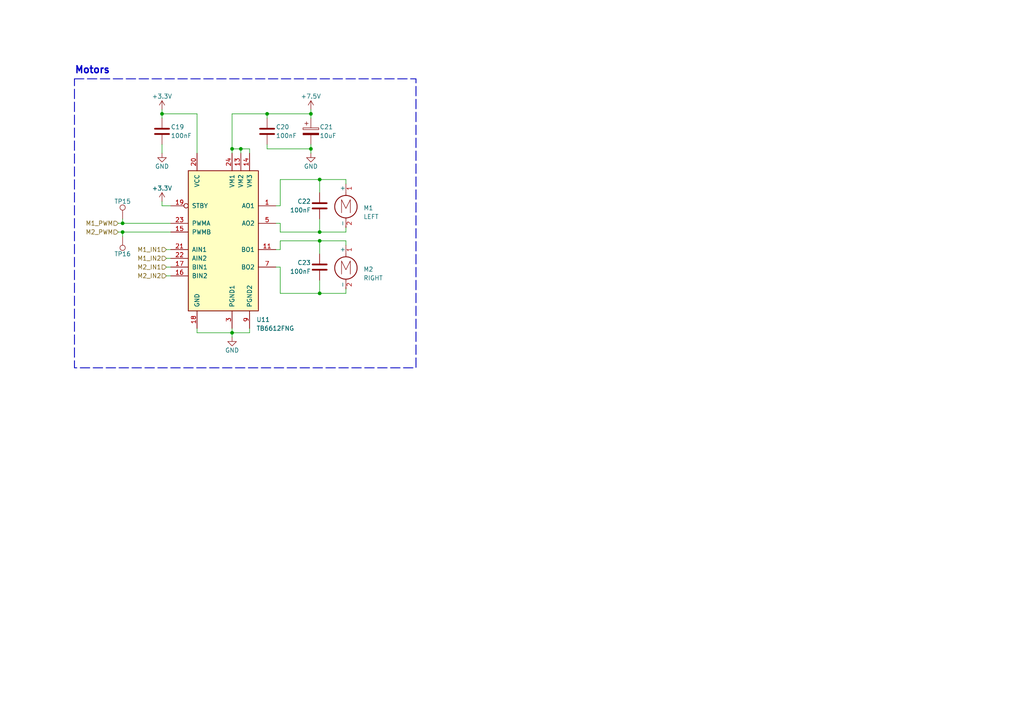
<source format=kicad_sch>
(kicad_sch (version 20230121) (generator eeschema)

  (uuid d4a918a1-7ba6-42fe-a85c-806dff285ce1)

  (paper "A4")

  (lib_symbols
    (symbol "Connector:TestPoint" (pin_numbers hide) (pin_names (offset 0.762) hide) (in_bom yes) (on_board yes)
      (property "Reference" "TP" (at 0 6.858 0)
        (effects (font (size 1.27 1.27)))
      )
      (property "Value" "TestPoint" (at 0 5.08 0)
        (effects (font (size 1.27 1.27)))
      )
      (property "Footprint" "" (at 5.08 0 0)
        (effects (font (size 1.27 1.27)) hide)
      )
      (property "Datasheet" "~" (at 5.08 0 0)
        (effects (font (size 1.27 1.27)) hide)
      )
      (property "ki_keywords" "test point tp" (at 0 0 0)
        (effects (font (size 1.27 1.27)) hide)
      )
      (property "ki_description" "test point" (at 0 0 0)
        (effects (font (size 1.27 1.27)) hide)
      )
      (property "ki_fp_filters" "Pin* Test*" (at 0 0 0)
        (effects (font (size 1.27 1.27)) hide)
      )
      (symbol "TestPoint_0_1"
        (circle (center 0 3.302) (radius 0.762)
          (stroke (width 0) (type default))
          (fill (type none))
        )
      )
      (symbol "TestPoint_1_1"
        (pin passive line (at 0 0 90) (length 2.54)
          (name "1" (effects (font (size 1.27 1.27))))
          (number "1" (effects (font (size 1.27 1.27))))
        )
      )
    )
    (symbol "Device:C" (pin_numbers hide) (pin_names (offset 0.254)) (in_bom yes) (on_board yes)
      (property "Reference" "C" (at 0.635 2.54 0)
        (effects (font (size 1.27 1.27)) (justify left))
      )
      (property "Value" "C" (at 0.635 -2.54 0)
        (effects (font (size 1.27 1.27)) (justify left))
      )
      (property "Footprint" "" (at 0.9652 -3.81 0)
        (effects (font (size 1.27 1.27)) hide)
      )
      (property "Datasheet" "~" (at 0 0 0)
        (effects (font (size 1.27 1.27)) hide)
      )
      (property "ki_keywords" "cap capacitor" (at 0 0 0)
        (effects (font (size 1.27 1.27)) hide)
      )
      (property "ki_description" "Unpolarized capacitor" (at 0 0 0)
        (effects (font (size 1.27 1.27)) hide)
      )
      (property "ki_fp_filters" "C_*" (at 0 0 0)
        (effects (font (size 1.27 1.27)) hide)
      )
      (symbol "C_0_1"
        (polyline
          (pts
            (xy -2.032 -0.762)
            (xy 2.032 -0.762)
          )
          (stroke (width 0.508) (type default))
          (fill (type none))
        )
        (polyline
          (pts
            (xy -2.032 0.762)
            (xy 2.032 0.762)
          )
          (stroke (width 0.508) (type default))
          (fill (type none))
        )
      )
      (symbol "C_1_1"
        (pin passive line (at 0 3.81 270) (length 2.794)
          (name "~" (effects (font (size 1.27 1.27))))
          (number "1" (effects (font (size 1.27 1.27))))
        )
        (pin passive line (at 0 -3.81 90) (length 2.794)
          (name "~" (effects (font (size 1.27 1.27))))
          (number "2" (effects (font (size 1.27 1.27))))
        )
      )
    )
    (symbol "Device:C_Polarized" (pin_numbers hide) (pin_names (offset 0.254)) (in_bom yes) (on_board yes)
      (property "Reference" "C" (at 0.635 2.54 0)
        (effects (font (size 1.27 1.27)) (justify left))
      )
      (property "Value" "C_Polarized" (at 0.635 -2.54 0)
        (effects (font (size 1.27 1.27)) (justify left))
      )
      (property "Footprint" "" (at 0.9652 -3.81 0)
        (effects (font (size 1.27 1.27)) hide)
      )
      (property "Datasheet" "~" (at 0 0 0)
        (effects (font (size 1.27 1.27)) hide)
      )
      (property "ki_keywords" "cap capacitor" (at 0 0 0)
        (effects (font (size 1.27 1.27)) hide)
      )
      (property "ki_description" "Polarized capacitor" (at 0 0 0)
        (effects (font (size 1.27 1.27)) hide)
      )
      (property "ki_fp_filters" "CP_*" (at 0 0 0)
        (effects (font (size 1.27 1.27)) hide)
      )
      (symbol "C_Polarized_0_1"
        (rectangle (start -2.286 0.508) (end 2.286 1.016)
          (stroke (width 0) (type default))
          (fill (type none))
        )
        (polyline
          (pts
            (xy -1.778 2.286)
            (xy -0.762 2.286)
          )
          (stroke (width 0) (type default))
          (fill (type none))
        )
        (polyline
          (pts
            (xy -1.27 2.794)
            (xy -1.27 1.778)
          )
          (stroke (width 0) (type default))
          (fill (type none))
        )
        (rectangle (start 2.286 -0.508) (end -2.286 -1.016)
          (stroke (width 0) (type default))
          (fill (type outline))
        )
      )
      (symbol "C_Polarized_1_1"
        (pin passive line (at 0 3.81 270) (length 2.794)
          (name "~" (effects (font (size 1.27 1.27))))
          (number "1" (effects (font (size 1.27 1.27))))
        )
        (pin passive line (at 0 -3.81 90) (length 2.794)
          (name "~" (effects (font (size 1.27 1.27))))
          (number "2" (effects (font (size 1.27 1.27))))
        )
      )
    )
    (symbol "Driver_Motor:TB6612FNG" (pin_names (offset 1.016)) (in_bom yes) (on_board yes)
      (property "Reference" "U" (at 11.43 17.78 0)
        (effects (font (size 1.27 1.27)) (justify left))
      )
      (property "Value" "TB6612FNG" (at 11.43 15.24 0)
        (effects (font (size 1.27 1.27)) (justify left))
      )
      (property "Footprint" "Package_SO:SSOP-24_5.3x8.2mm_P0.65mm" (at 33.02 -22.86 0)
        (effects (font (size 1.27 1.27)) hide)
      )
      (property "Datasheet" "https://toshiba.semicon-storage.com/us/product/linear/motordriver/detail.TB6612FNG.html" (at 11.43 15.24 0)
        (effects (font (size 1.27 1.27)) hide)
      )
      (property "ki_keywords" "H-bridge motor driver" (at 0 0 0)
        (effects (font (size 1.27 1.27)) hide)
      )
      (property "ki_description" "Driver IC for Dual DC motor, SSOP-24" (at 0 0 0)
        (effects (font (size 1.27 1.27)) hide)
      )
      (property "ki_fp_filters" "SSOP-24*5.3x8.2mm*P0.65mm*" (at 0 0 0)
        (effects (font (size 1.27 1.27)) hide)
      )
      (symbol "TB6612FNG_0_1"
        (rectangle (start -10.16 20.32) (end 10.16 -20.32)
          (stroke (width 0.254) (type default))
          (fill (type background))
        )
      )
      (symbol "TB6612FNG_1_1"
        (pin output line (at 15.24 10.16 180) (length 5.08)
          (name "AO1" (effects (font (size 1.27 1.27))))
          (number "1" (effects (font (size 1.27 1.27))))
        )
        (pin passive line (at 7.62 -25.4 90) (length 5.08) hide
          (name "PGND2" (effects (font (size 1.27 1.27))))
          (number "10" (effects (font (size 1.27 1.27))))
        )
        (pin output line (at 15.24 -2.54 180) (length 5.08)
          (name "BO1" (effects (font (size 1.27 1.27))))
          (number "11" (effects (font (size 1.27 1.27))))
        )
        (pin passive line (at 15.24 -2.54 180) (length 5.08) hide
          (name "BO1" (effects (font (size 1.27 1.27))))
          (number "12" (effects (font (size 1.27 1.27))))
        )
        (pin power_in line (at 5.08 25.4 270) (length 5.08)
          (name "VM2" (effects (font (size 1.27 1.27))))
          (number "13" (effects (font (size 1.27 1.27))))
        )
        (pin power_in line (at 7.62 25.4 270) (length 5.08)
          (name "VM3" (effects (font (size 1.27 1.27))))
          (number "14" (effects (font (size 1.27 1.27))))
        )
        (pin input line (at -15.24 2.54 0) (length 5.08)
          (name "PWMB" (effects (font (size 1.27 1.27))))
          (number "15" (effects (font (size 1.27 1.27))))
        )
        (pin input line (at -15.24 -10.16 0) (length 5.08)
          (name "BIN2" (effects (font (size 1.27 1.27))))
          (number "16" (effects (font (size 1.27 1.27))))
        )
        (pin input line (at -15.24 -7.62 0) (length 5.08)
          (name "BIN1" (effects (font (size 1.27 1.27))))
          (number "17" (effects (font (size 1.27 1.27))))
        )
        (pin power_in line (at -7.62 -25.4 90) (length 5.08)
          (name "GND" (effects (font (size 1.27 1.27))))
          (number "18" (effects (font (size 1.27 1.27))))
        )
        (pin input inverted (at -15.24 10.16 0) (length 5.08)
          (name "STBY" (effects (font (size 1.27 1.27))))
          (number "19" (effects (font (size 1.27 1.27))))
        )
        (pin passive line (at 15.24 10.16 180) (length 5.08) hide
          (name "AO1" (effects (font (size 1.27 1.27))))
          (number "2" (effects (font (size 1.27 1.27))))
        )
        (pin power_in line (at -7.62 25.4 270) (length 5.08)
          (name "VCC" (effects (font (size 1.27 1.27))))
          (number "20" (effects (font (size 1.27 1.27))))
        )
        (pin input line (at -15.24 -2.54 0) (length 5.08)
          (name "AIN1" (effects (font (size 1.27 1.27))))
          (number "21" (effects (font (size 1.27 1.27))))
        )
        (pin input line (at -15.24 -5.08 0) (length 5.08)
          (name "AIN2" (effects (font (size 1.27 1.27))))
          (number "22" (effects (font (size 1.27 1.27))))
        )
        (pin input line (at -15.24 5.08 0) (length 5.08)
          (name "PWMA" (effects (font (size 1.27 1.27))))
          (number "23" (effects (font (size 1.27 1.27))))
        )
        (pin power_in line (at 2.54 25.4 270) (length 5.08)
          (name "VM1" (effects (font (size 1.27 1.27))))
          (number "24" (effects (font (size 1.27 1.27))))
        )
        (pin power_in line (at 2.54 -25.4 90) (length 5.08)
          (name "PGND1" (effects (font (size 1.27 1.27))))
          (number "3" (effects (font (size 1.27 1.27))))
        )
        (pin passive line (at 2.54 -25.4 90) (length 5.08) hide
          (name "PGND1" (effects (font (size 1.27 1.27))))
          (number "4" (effects (font (size 1.27 1.27))))
        )
        (pin output line (at 15.24 5.08 180) (length 5.08)
          (name "AO2" (effects (font (size 1.27 1.27))))
          (number "5" (effects (font (size 1.27 1.27))))
        )
        (pin passive line (at 15.24 5.08 180) (length 5.08) hide
          (name "AO2" (effects (font (size 1.27 1.27))))
          (number "6" (effects (font (size 1.27 1.27))))
        )
        (pin output line (at 15.24 -7.62 180) (length 5.08)
          (name "BO2" (effects (font (size 1.27 1.27))))
          (number "7" (effects (font (size 1.27 1.27))))
        )
        (pin passive line (at 15.24 -7.62 180) (length 5.08) hide
          (name "BO2" (effects (font (size 1.27 1.27))))
          (number "8" (effects (font (size 1.27 1.27))))
        )
        (pin power_in line (at 7.62 -25.4 90) (length 5.08)
          (name "PGND2" (effects (font (size 1.27 1.27))))
          (number "9" (effects (font (size 1.27 1.27))))
        )
      )
    )
    (symbol "Motor:Motor_DC" (pin_names (offset 0)) (in_bom yes) (on_board yes)
      (property "Reference" "M" (at 2.54 2.54 0)
        (effects (font (size 1.27 1.27)) (justify left))
      )
      (property "Value" "Motor_DC" (at 2.54 -5.08 0)
        (effects (font (size 1.27 1.27)) (justify left top))
      )
      (property "Footprint" "" (at 0 -2.286 0)
        (effects (font (size 1.27 1.27)) hide)
      )
      (property "Datasheet" "~" (at 0 -2.286 0)
        (effects (font (size 1.27 1.27)) hide)
      )
      (property "ki_keywords" "DC Motor" (at 0 0 0)
        (effects (font (size 1.27 1.27)) hide)
      )
      (property "ki_description" "DC Motor" (at 0 0 0)
        (effects (font (size 1.27 1.27)) hide)
      )
      (property "ki_fp_filters" "PinHeader*P2.54mm* TerminalBlock*" (at 0 0 0)
        (effects (font (size 1.27 1.27)) hide)
      )
      (symbol "Motor_DC_0_0"
        (polyline
          (pts
            (xy -1.27 -3.302)
            (xy -1.27 0.508)
            (xy 0 -2.032)
            (xy 1.27 0.508)
            (xy 1.27 -3.302)
          )
          (stroke (width 0) (type default))
          (fill (type none))
        )
      )
      (symbol "Motor_DC_0_1"
        (circle (center 0 -1.524) (radius 3.2512)
          (stroke (width 0.254) (type default))
          (fill (type none))
        )
        (polyline
          (pts
            (xy 0 -7.62)
            (xy 0 -7.112)
          )
          (stroke (width 0) (type default))
          (fill (type none))
        )
        (polyline
          (pts
            (xy 0 -4.7752)
            (xy 0 -5.1816)
          )
          (stroke (width 0) (type default))
          (fill (type none))
        )
        (polyline
          (pts
            (xy 0 1.7272)
            (xy 0 2.0828)
          )
          (stroke (width 0) (type default))
          (fill (type none))
        )
        (polyline
          (pts
            (xy 0 2.032)
            (xy 0 2.54)
          )
          (stroke (width 0) (type default))
          (fill (type none))
        )
      )
      (symbol "Motor_DC_1_1"
        (pin passive line (at 0 5.08 270) (length 2.54)
          (name "+" (effects (font (size 1.27 1.27))))
          (number "1" (effects (font (size 1.27 1.27))))
        )
        (pin passive line (at 0 -7.62 90) (length 2.54)
          (name "-" (effects (font (size 1.27 1.27))))
          (number "2" (effects (font (size 1.27 1.27))))
        )
      )
    )
    (symbol "power:+3.3V" (power) (pin_names (offset 0)) (in_bom yes) (on_board yes)
      (property "Reference" "#PWR" (at 0 -3.81 0)
        (effects (font (size 1.27 1.27)) hide)
      )
      (property "Value" "+3.3V" (at 0 3.556 0)
        (effects (font (size 1.27 1.27)))
      )
      (property "Footprint" "" (at 0 0 0)
        (effects (font (size 1.27 1.27)) hide)
      )
      (property "Datasheet" "" (at 0 0 0)
        (effects (font (size 1.27 1.27)) hide)
      )
      (property "ki_keywords" "global power" (at 0 0 0)
        (effects (font (size 1.27 1.27)) hide)
      )
      (property "ki_description" "Power symbol creates a global label with name \"+3.3V\"" (at 0 0 0)
        (effects (font (size 1.27 1.27)) hide)
      )
      (symbol "+3.3V_0_1"
        (polyline
          (pts
            (xy -0.762 1.27)
            (xy 0 2.54)
          )
          (stroke (width 0) (type default))
          (fill (type none))
        )
        (polyline
          (pts
            (xy 0 0)
            (xy 0 2.54)
          )
          (stroke (width 0) (type default))
          (fill (type none))
        )
        (polyline
          (pts
            (xy 0 2.54)
            (xy 0.762 1.27)
          )
          (stroke (width 0) (type default))
          (fill (type none))
        )
      )
      (symbol "+3.3V_1_1"
        (pin power_in line (at 0 0 90) (length 0) hide
          (name "+3.3V" (effects (font (size 1.27 1.27))))
          (number "1" (effects (font (size 1.27 1.27))))
        )
      )
    )
    (symbol "power:+7.5V" (power) (pin_names (offset 0)) (in_bom yes) (on_board yes)
      (property "Reference" "#PWR" (at 0 -3.81 0)
        (effects (font (size 1.27 1.27)) hide)
      )
      (property "Value" "+7.5V" (at 0 3.556 0)
        (effects (font (size 1.27 1.27)))
      )
      (property "Footprint" "" (at 0 0 0)
        (effects (font (size 1.27 1.27)) hide)
      )
      (property "Datasheet" "" (at 0 0 0)
        (effects (font (size 1.27 1.27)) hide)
      )
      (property "ki_keywords" "global power" (at 0 0 0)
        (effects (font (size 1.27 1.27)) hide)
      )
      (property "ki_description" "Power symbol creates a global label with name \"+7.5V\"" (at 0 0 0)
        (effects (font (size 1.27 1.27)) hide)
      )
      (symbol "+7.5V_0_1"
        (polyline
          (pts
            (xy -0.762 1.27)
            (xy 0 2.54)
          )
          (stroke (width 0) (type default))
          (fill (type none))
        )
        (polyline
          (pts
            (xy 0 0)
            (xy 0 2.54)
          )
          (stroke (width 0) (type default))
          (fill (type none))
        )
        (polyline
          (pts
            (xy 0 2.54)
            (xy 0.762 1.27)
          )
          (stroke (width 0) (type default))
          (fill (type none))
        )
      )
      (symbol "+7.5V_1_1"
        (pin power_in line (at 0 0 90) (length 0) hide
          (name "+7.5V" (effects (font (size 1.27 1.27))))
          (number "1" (effects (font (size 1.27 1.27))))
        )
      )
    )
    (symbol "power:GND" (power) (pin_names (offset 0)) (in_bom yes) (on_board yes)
      (property "Reference" "#PWR" (at 0 -6.35 0)
        (effects (font (size 1.27 1.27)) hide)
      )
      (property "Value" "GND" (at 0 -3.81 0)
        (effects (font (size 1.27 1.27)))
      )
      (property "Footprint" "" (at 0 0 0)
        (effects (font (size 1.27 1.27)) hide)
      )
      (property "Datasheet" "" (at 0 0 0)
        (effects (font (size 1.27 1.27)) hide)
      )
      (property "ki_keywords" "global power" (at 0 0 0)
        (effects (font (size 1.27 1.27)) hide)
      )
      (property "ki_description" "Power symbol creates a global label with name \"GND\" , ground" (at 0 0 0)
        (effects (font (size 1.27 1.27)) hide)
      )
      (symbol "GND_0_1"
        (polyline
          (pts
            (xy 0 0)
            (xy 0 -1.27)
            (xy 1.27 -1.27)
            (xy 0 -2.54)
            (xy -1.27 -1.27)
            (xy 0 -1.27)
          )
          (stroke (width 0) (type default))
          (fill (type none))
        )
      )
      (symbol "GND_1_1"
        (pin power_in line (at 0 0 270) (length 0) hide
          (name "GND" (effects (font (size 1.27 1.27))))
          (number "1" (effects (font (size 1.27 1.27))))
        )
      )
    )
  )

  (junction (at 92.71 69.85) (diameter 0) (color 0 0 0 0)
    (uuid 05f17571-f3b8-48cc-82b6-22b5b4063c5f)
  )
  (junction (at 35.56 64.77) (diameter 0) (color 0 0 0 0)
    (uuid 14134e7d-32a5-4cd2-9415-345da4c301db)
  )
  (junction (at 35.56 67.31) (diameter 0) (color 0 0 0 0)
    (uuid 1fb7ce8f-a562-47ac-889f-2e5e2cb3a481)
  )
  (junction (at 92.71 85.09) (diameter 0) (color 0 0 0 0)
    (uuid 2232432b-dac6-4895-9cac-dd1da28632b8)
  )
  (junction (at 90.17 33.02) (diameter 0) (color 0 0 0 0)
    (uuid 2953231a-91a1-4dd5-8ddc-e17e9a7b5946)
  )
  (junction (at 67.31 96.52) (diameter 0) (color 0 0 0 0)
    (uuid 31554c3e-d60b-40ce-8d71-57eebb5188ee)
  )
  (junction (at 67.31 43.18) (diameter 0) (color 0 0 0 0)
    (uuid 42208eb6-8534-4300-a3e3-59877c5b9d04)
  )
  (junction (at 92.71 52.07) (diameter 0) (color 0 0 0 0)
    (uuid 484693d3-f875-4c5a-82ca-6fd1b1d1613f)
  )
  (junction (at 77.47 33.02) (diameter 0) (color 0 0 0 0)
    (uuid 5fc63b2b-54d1-42f1-b744-a761c38a1d3d)
  )
  (junction (at 92.71 67.31) (diameter 0) (color 0 0 0 0)
    (uuid 66ab43c6-7de2-48b9-9657-df16dfee7353)
  )
  (junction (at 69.85 43.18) (diameter 0) (color 0 0 0 0)
    (uuid b6f1c0e1-81d3-4b49-9664-060f95f82b29)
  )
  (junction (at 90.17 43.18) (diameter 0) (color 0 0 0 0)
    (uuid cc85a0ff-d1fa-4924-952d-086f27a6ae17)
  )
  (junction (at 46.99 33.02) (diameter 0) (color 0 0 0 0)
    (uuid e2db9c17-05ac-40ce-a1c5-4764d6c8c089)
  )

  (wire (pts (xy 67.31 33.02) (xy 77.47 33.02))
    (stroke (width 0) (type default))
    (uuid 00ddb3ae-1629-4f04-a7b2-bd0bd0150992)
  )
  (wire (pts (xy 72.39 44.45) (xy 72.39 43.18))
    (stroke (width 0) (type default))
    (uuid 0837982a-b574-4d40-a5e5-c2fdfa4ebd79)
  )
  (wire (pts (xy 72.39 95.25) (xy 72.39 96.52))
    (stroke (width 0) (type default))
    (uuid 0a7dec63-c687-451b-8568-6ba91240e7b7)
  )
  (wire (pts (xy 100.33 69.85) (xy 100.33 71.12))
    (stroke (width 0) (type default))
    (uuid 0ab282af-3fcb-4189-b769-481109dd8000)
  )
  (wire (pts (xy 92.71 69.85) (xy 92.71 73.66))
    (stroke (width 0) (type default))
    (uuid 0dc69b4f-8dc3-4b8d-bb2a-bd47295d5af8)
  )
  (wire (pts (xy 92.71 85.09) (xy 100.33 85.09))
    (stroke (width 0) (type default))
    (uuid 154cb6a2-b323-4f86-ae5d-b124f1ca2308)
  )
  (wire (pts (xy 90.17 33.02) (xy 90.17 34.29))
    (stroke (width 0) (type default))
    (uuid 216dfe12-6ec8-4829-b66a-4aede74444a8)
  )
  (wire (pts (xy 67.31 95.25) (xy 67.31 96.52))
    (stroke (width 0) (type default))
    (uuid 2237bbec-6bba-4f12-95d1-681f1c5ade47)
  )
  (wire (pts (xy 77.47 34.29) (xy 77.47 33.02))
    (stroke (width 0) (type default))
    (uuid 2534da63-5e7a-4d8c-b7d6-e1cf7763c0cc)
  )
  (wire (pts (xy 92.71 69.85) (xy 100.33 69.85))
    (stroke (width 0) (type default))
    (uuid 2fd296cf-4909-4352-80fb-9bdfb6fe8e39)
  )
  (wire (pts (xy 46.99 59.69) (xy 49.53 59.69))
    (stroke (width 0) (type default))
    (uuid 396f964c-0ef2-47cc-9b8e-84687de504a1)
  )
  (wire (pts (xy 81.28 64.77) (xy 81.28 67.31))
    (stroke (width 0) (type default))
    (uuid 3a63472a-332a-4b28-81a5-72a483c0b95d)
  )
  (wire (pts (xy 77.47 43.18) (xy 90.17 43.18))
    (stroke (width 0) (type default))
    (uuid 3d41a99d-7100-4c01-b604-3362ec003b3e)
  )
  (wire (pts (xy 34.29 67.31) (xy 35.56 67.31))
    (stroke (width 0) (type default))
    (uuid 40dc7fbc-cc6e-4359-8e1b-486dbb367588)
  )
  (wire (pts (xy 100.33 85.09) (xy 100.33 83.82))
    (stroke (width 0) (type default))
    (uuid 41cf6638-4e34-460f-ab8f-ff7a784fdde9)
  )
  (wire (pts (xy 81.28 72.39) (xy 81.28 69.85))
    (stroke (width 0) (type default))
    (uuid 45b4ba45-b4ca-47d0-9403-8ad52223f06e)
  )
  (wire (pts (xy 35.56 67.31) (xy 49.53 67.31))
    (stroke (width 0) (type default))
    (uuid 4e927c83-5bf0-46b2-a5de-a1038d65a9e6)
  )
  (wire (pts (xy 48.26 72.39) (xy 49.53 72.39))
    (stroke (width 0) (type default))
    (uuid 55e3a3e3-4dba-44e9-b657-5f49bb56b25f)
  )
  (wire (pts (xy 100.33 67.31) (xy 100.33 66.04))
    (stroke (width 0) (type default))
    (uuid 564c46be-0633-435c-a0c3-169e9e296ab1)
  )
  (wire (pts (xy 35.56 64.77) (xy 49.53 64.77))
    (stroke (width 0) (type default))
    (uuid 62b91299-f0c2-44a7-836c-189c9acf09f8)
  )
  (wire (pts (xy 90.17 33.02) (xy 90.17 31.75))
    (stroke (width 0) (type default))
    (uuid 63f167f9-ad01-471e-baeb-b81eb413db68)
  )
  (wire (pts (xy 80.01 72.39) (xy 81.28 72.39))
    (stroke (width 0) (type default))
    (uuid 67561874-8de8-4cf4-8aec-669521a686dc)
  )
  (wire (pts (xy 92.71 67.31) (xy 100.33 67.31))
    (stroke (width 0) (type default))
    (uuid 6a9a1e0c-643f-470f-aede-88e7aede6b40)
  )
  (wire (pts (xy 35.56 63.5) (xy 35.56 64.77))
    (stroke (width 0) (type default))
    (uuid 77edcfb4-bf73-407d-a449-435192abe721)
  )
  (wire (pts (xy 80.01 64.77) (xy 81.28 64.77))
    (stroke (width 0) (type default))
    (uuid 787d65f8-cb98-43fa-97c4-ea5e05a11418)
  )
  (wire (pts (xy 90.17 43.18) (xy 90.17 44.45))
    (stroke (width 0) (type default))
    (uuid 79cef545-ea66-4855-ae05-f9fb4ffa8063)
  )
  (wire (pts (xy 69.85 43.18) (xy 67.31 43.18))
    (stroke (width 0) (type default))
    (uuid 8f72fa18-3fca-4ee1-a091-2ec81605bf7a)
  )
  (wire (pts (xy 77.47 33.02) (xy 90.17 33.02))
    (stroke (width 0) (type default))
    (uuid 910011db-bb6d-4faf-bc6f-878f287b0e8b)
  )
  (wire (pts (xy 92.71 52.07) (xy 92.71 55.88))
    (stroke (width 0) (type default))
    (uuid 9638924e-8977-418b-8705-9890b0820461)
  )
  (wire (pts (xy 81.28 59.69) (xy 81.28 52.07))
    (stroke (width 0) (type default))
    (uuid 9647bde6-7026-49e4-845c-286a5bd81b61)
  )
  (wire (pts (xy 57.15 95.25) (xy 57.15 96.52))
    (stroke (width 0) (type default))
    (uuid 9767369a-5a37-45f4-9d6c-e99ead37ca55)
  )
  (wire (pts (xy 72.39 43.18) (xy 69.85 43.18))
    (stroke (width 0) (type default))
    (uuid 989d4dd0-9e68-4371-842a-1b0d58f1c42b)
  )
  (wire (pts (xy 48.26 77.47) (xy 49.53 77.47))
    (stroke (width 0) (type default))
    (uuid a23ac93b-7344-4ee4-905b-5d7f60d29841)
  )
  (wire (pts (xy 48.26 74.93) (xy 49.53 74.93))
    (stroke (width 0) (type default))
    (uuid a414b712-9162-4231-a0df-62de877197d4)
  )
  (wire (pts (xy 46.99 58.42) (xy 46.99 59.69))
    (stroke (width 0) (type default))
    (uuid a57739c9-492a-4332-bb25-b6e8485c0e73)
  )
  (wire (pts (xy 92.71 63.5) (xy 92.71 67.31))
    (stroke (width 0) (type default))
    (uuid a67dcd43-da2a-4aa2-aab2-3cfd8c9484a8)
  )
  (wire (pts (xy 80.01 77.47) (xy 81.28 77.47))
    (stroke (width 0) (type default))
    (uuid a9dd4791-a55e-4e18-a277-02cac6a4cb1a)
  )
  (wire (pts (xy 67.31 96.52) (xy 67.31 97.79))
    (stroke (width 0) (type default))
    (uuid ad5b459b-dec0-45fa-a0df-6f51f9e33863)
  )
  (wire (pts (xy 81.28 69.85) (xy 92.71 69.85))
    (stroke (width 0) (type default))
    (uuid aee68b56-2306-49a5-a9db-29b858e1bf4e)
  )
  (wire (pts (xy 81.28 77.47) (xy 81.28 85.09))
    (stroke (width 0) (type default))
    (uuid aee85c5d-b2cd-457e-8e8c-0862df8e5107)
  )
  (wire (pts (xy 100.33 52.07) (xy 100.33 53.34))
    (stroke (width 0) (type default))
    (uuid af1aade2-3912-4afb-a54f-6b34b08d2195)
  )
  (wire (pts (xy 92.71 81.28) (xy 92.71 85.09))
    (stroke (width 0) (type default))
    (uuid b233cf6d-f0f0-457a-8167-923907b2b8b8)
  )
  (wire (pts (xy 80.01 59.69) (xy 81.28 59.69))
    (stroke (width 0) (type default))
    (uuid b37ed79f-7365-4165-8eaf-a3ebd5d7d76a)
  )
  (wire (pts (xy 57.15 33.02) (xy 57.15 44.45))
    (stroke (width 0) (type default))
    (uuid b3845336-ccb0-4ebc-a4b9-a39cdbcd927f)
  )
  (wire (pts (xy 46.99 31.75) (xy 46.99 33.02))
    (stroke (width 0) (type default))
    (uuid be480dd7-4295-46e8-8dc0-47b15066ae76)
  )
  (wire (pts (xy 46.99 41.91) (xy 46.99 44.45))
    (stroke (width 0) (type default))
    (uuid beadf11d-6291-41c6-a705-8d284e2774a9)
  )
  (wire (pts (xy 34.29 64.77) (xy 35.56 64.77))
    (stroke (width 0) (type default))
    (uuid c0554274-d266-40b6-b20b-821865eadb5d)
  )
  (wire (pts (xy 77.47 41.91) (xy 77.47 43.18))
    (stroke (width 0) (type default))
    (uuid c29071db-3096-4806-bd1b-9da4b2c55608)
  )
  (wire (pts (xy 69.85 43.18) (xy 69.85 44.45))
    (stroke (width 0) (type default))
    (uuid c4eb865f-e285-410e-a9c1-88d3d5d5280a)
  )
  (wire (pts (xy 57.15 96.52) (xy 67.31 96.52))
    (stroke (width 0) (type default))
    (uuid ca1abc27-0568-4664-aab5-b7eb187c086d)
  )
  (wire (pts (xy 67.31 43.18) (xy 67.31 33.02))
    (stroke (width 0) (type default))
    (uuid cb78f2ce-82a9-411b-8ba7-55468e78a151)
  )
  (wire (pts (xy 35.56 67.31) (xy 35.56 68.58))
    (stroke (width 0) (type default))
    (uuid ce55f061-d254-4660-a158-2ea8125a74e6)
  )
  (wire (pts (xy 46.99 33.02) (xy 46.99 34.29))
    (stroke (width 0) (type default))
    (uuid d5533979-2d6d-4441-915d-877eccee9054)
  )
  (wire (pts (xy 46.99 33.02) (xy 57.15 33.02))
    (stroke (width 0) (type default))
    (uuid d8daa13c-9e2d-4be8-9156-b78ca053db1c)
  )
  (wire (pts (xy 48.26 80.01) (xy 49.53 80.01))
    (stroke (width 0) (type default))
    (uuid da4878d2-2acf-456b-ba9a-414d4a4652e6)
  )
  (wire (pts (xy 81.28 67.31) (xy 92.71 67.31))
    (stroke (width 0) (type default))
    (uuid dc780433-8eb4-4a53-8b4d-d373170e1328)
  )
  (wire (pts (xy 92.71 52.07) (xy 100.33 52.07))
    (stroke (width 0) (type default))
    (uuid e4ddb7be-9114-4989-a833-adc6a0ca02bc)
  )
  (wire (pts (xy 81.28 85.09) (xy 92.71 85.09))
    (stroke (width 0) (type default))
    (uuid ed5d6643-28fa-43e7-90da-e20b1cc46f83)
  )
  (wire (pts (xy 90.17 41.91) (xy 90.17 43.18))
    (stroke (width 0) (type default))
    (uuid ee0700f1-e6cc-4754-8a76-88bb55127211)
  )
  (wire (pts (xy 81.28 52.07) (xy 92.71 52.07))
    (stroke (width 0) (type default))
    (uuid f4351532-d54a-4009-9b7f-3eec9aefaf32)
  )
  (wire (pts (xy 67.31 43.18) (xy 67.31 44.45))
    (stroke (width 0) (type default))
    (uuid fa82f089-2e8d-44fc-be07-9978e32b2cab)
  )
  (wire (pts (xy 72.39 96.52) (xy 67.31 96.52))
    (stroke (width 0) (type default))
    (uuid fbcf1365-4cbb-4f9f-816e-e7d1e4a266b3)
  )

  (rectangle (start 21.59 22.86) (end 120.65 106.68)
    (stroke (width 0.25) (type dash))
    (fill (type none))
    (uuid 830b9b69-f097-4592-9891-23b56c9bed64)
  )

  (text "Motors" (at 21.59 21.59 0)
    (effects (font (size 2 2) (thickness 0.4) bold) (justify left bottom))
    (uuid ba7c504f-5047-4dcb-929d-6d497a0c5863)
  )

  (hierarchical_label "M2_IN1" (shape input) (at 48.26 77.47 180) (fields_autoplaced)
    (effects (font (size 1.27 1.27)) (justify right))
    (uuid 15ffde2e-9e8f-46f0-9a15-108f6f4b352f)
  )
  (hierarchical_label "M1_IN2" (shape input) (at 48.26 74.93 180) (fields_autoplaced)
    (effects (font (size 1.27 1.27)) (justify right))
    (uuid 69662047-3fb0-46b9-b53b-64e58b78ce68)
  )
  (hierarchical_label "M2_PWM" (shape input) (at 34.29 67.31 180) (fields_autoplaced)
    (effects (font (size 1.27 1.27)) (justify right))
    (uuid 8f36660f-0c97-400a-9391-9bbb1dc81a7a)
  )
  (hierarchical_label "M1_IN1" (shape input) (at 48.26 72.39 180) (fields_autoplaced)
    (effects (font (size 1.27 1.27)) (justify right))
    (uuid 91814270-843b-4bd6-a6fa-d87ba9fc3196)
  )
  (hierarchical_label "M2_IN2" (shape input) (at 48.26 80.01 180) (fields_autoplaced)
    (effects (font (size 1.27 1.27)) (justify right))
    (uuid c4ab9043-e07d-4464-9da3-9c6b4a730e28)
  )
  (hierarchical_label "M1_PWM" (shape input) (at 34.29 64.77 180) (fields_autoplaced)
    (effects (font (size 1.27 1.27)) (justify right))
    (uuid e2a6461f-4739-4b30-89d1-431b07964239)
  )

  (symbol (lib_id "Motor:Motor_DC") (at 100.33 76.2 0) (unit 1)
    (in_bom yes) (on_board yes) (dnp no) (fields_autoplaced)
    (uuid 172cfdcf-f1ae-439f-ad27-d20259ccfdec)
    (property "Reference" "M2" (at 105.41 78.105 0)
      (effects (font (size 1.27 1.27)) (justify left))
    )
    (property "Value" "RIGHT" (at 105.41 80.645 0)
      (effects (font (size 1.27 1.27)) (justify left))
    )
    (property "Footprint" "Autko:Pololu_DC_micro" (at 100.33 78.486 0)
      (effects (font (size 1.27 1.27)) hide)
    )
    (property "Datasheet" "~" (at 100.33 78.486 0)
      (effects (font (size 1.27 1.27)) hide)
    )
    (pin "1" (uuid 5dea666a-6910-4e11-aa69-bc0bba214619))
    (pin "2" (uuid 2f197bab-d559-4748-a3b0-597ff9dcb04b))
    (instances
      (project "Autko"
        (path "/8d5cfdec-de34-4148-9100-7125640c46f5/541574ca-21e4-445f-b8e2-ded2c59d3b8a"
          (reference "M2") (unit 1)
        )
      )
    )
  )

  (symbol (lib_id "Connector:TestPoint") (at 35.56 68.58 180) (unit 1)
    (in_bom yes) (on_board yes) (dnp no)
    (uuid 3eb0468a-6f88-4b05-a1a0-1ab8a4923042)
    (property "Reference" "TP16" (at 35.56 73.66 0)
      (effects (font (size 1.27 1.27)))
    )
    (property "Value" "TestPoint" (at 33.02 69.977 0)
      (effects (font (size 1.27 1.27)) (justify left) hide)
    )
    (property "Footprint" "TestPoint:TestPoint_Pad_D2.0mm" (at 30.48 68.58 0)
      (effects (font (size 1.27 1.27)) hide)
    )
    (property "Datasheet" "~" (at 30.48 68.58 0)
      (effects (font (size 1.27 1.27)) hide)
    )
    (pin "1" (uuid 415ed736-e02e-4dde-a475-88c414232cac))
    (instances
      (project "Autko"
        (path "/8d5cfdec-de34-4148-9100-7125640c46f5/541574ca-21e4-445f-b8e2-ded2c59d3b8a"
          (reference "TP16") (unit 1)
        )
      )
    )
  )

  (symbol (lib_id "Connector:TestPoint") (at 35.56 63.5 0) (unit 1)
    (in_bom yes) (on_board yes) (dnp no)
    (uuid 4b8bfe4e-9b6e-4a05-8d0a-7cd4b703153b)
    (property "Reference" "TP15" (at 35.56 58.42 0)
      (effects (font (size 1.27 1.27)))
    )
    (property "Value" "TestPoint" (at 38.1 62.103 0)
      (effects (font (size 1.27 1.27)) (justify left) hide)
    )
    (property "Footprint" "TestPoint:TestPoint_Pad_D2.0mm" (at 40.64 63.5 0)
      (effects (font (size 1.27 1.27)) hide)
    )
    (property "Datasheet" "~" (at 40.64 63.5 0)
      (effects (font (size 1.27 1.27)) hide)
    )
    (pin "1" (uuid eadf2311-11d5-4f1b-bd95-ecabf54e5113))
    (instances
      (project "Autko"
        (path "/8d5cfdec-de34-4148-9100-7125640c46f5/541574ca-21e4-445f-b8e2-ded2c59d3b8a"
          (reference "TP15") (unit 1)
        )
      )
    )
  )

  (symbol (lib_id "power:+3.3V") (at 46.99 58.42 0) (unit 1)
    (in_bom yes) (on_board yes) (dnp no) (fields_autoplaced)
    (uuid 5b33b0ab-2e53-4405-b7fa-b17960c770cd)
    (property "Reference" "#PWR042" (at 46.99 62.23 0)
      (effects (font (size 1.27 1.27)) hide)
    )
    (property "Value" "+3.3V" (at 46.99 54.61 0)
      (effects (font (size 1.27 1.27)))
    )
    (property "Footprint" "" (at 46.99 58.42 0)
      (effects (font (size 1.27 1.27)) hide)
    )
    (property "Datasheet" "" (at 46.99 58.42 0)
      (effects (font (size 1.27 1.27)) hide)
    )
    (pin "1" (uuid db4f878d-06ed-45a0-9b5d-8726f9dfd77e))
    (instances
      (project "Autko"
        (path "/8d5cfdec-de34-4148-9100-7125640c46f5/541574ca-21e4-445f-b8e2-ded2c59d3b8a"
          (reference "#PWR042") (unit 1)
        )
      )
    )
  )

  (symbol (lib_id "Device:C") (at 46.99 38.1 0) (unit 1)
    (in_bom yes) (on_board yes) (dnp no)
    (uuid 7f240b1c-b0ed-4668-b745-5620fe3a3d8e)
    (property "Reference" "C19" (at 49.53 36.83 0)
      (effects (font (size 1.27 1.27)) (justify left))
    )
    (property "Value" "100nF" (at 49.53 39.37 0)
      (effects (font (size 1.27 1.27)) (justify left))
    )
    (property "Footprint" "Capacitor_SMD:C_0805_2012Metric" (at 47.9552 41.91 0)
      (effects (font (size 1.27 1.27)) hide)
    )
    (property "Datasheet" "~" (at 46.99 38.1 0)
      (effects (font (size 1.27 1.27)) hide)
    )
    (pin "1" (uuid d9610e92-78ff-4ac1-ba93-313e05794f36))
    (pin "2" (uuid c295f697-3350-42b0-a65d-66b03bf35df9))
    (instances
      (project "Autko"
        (path "/8d5cfdec-de34-4148-9100-7125640c46f5/541574ca-21e4-445f-b8e2-ded2c59d3b8a"
          (reference "C19") (unit 1)
        )
      )
    )
  )

  (symbol (lib_id "Device:C") (at 92.71 77.47 0) (mirror y) (unit 1)
    (in_bom yes) (on_board yes) (dnp no)
    (uuid 8155da31-79fc-4123-bb2a-59a780f45237)
    (property "Reference" "C23" (at 90.17 76.2 0)
      (effects (font (size 1.27 1.27)) (justify left))
    )
    (property "Value" "100nF" (at 90.17 78.74 0)
      (effects (font (size 1.27 1.27)) (justify left))
    )
    (property "Footprint" "Capacitor_SMD:C_0805_2012Metric" (at 91.7448 81.28 0)
      (effects (font (size 1.27 1.27)) hide)
    )
    (property "Datasheet" "~" (at 92.71 77.47 0)
      (effects (font (size 1.27 1.27)) hide)
    )
    (pin "1" (uuid d19dfa90-4e7c-4848-9a3f-b71ee6b02a47))
    (pin "2" (uuid 4b9d6cd4-baf7-44f3-8cbc-71dc71f9d50b))
    (instances
      (project "Autko"
        (path "/8d5cfdec-de34-4148-9100-7125640c46f5/541574ca-21e4-445f-b8e2-ded2c59d3b8a"
          (reference "C23") (unit 1)
        )
      )
    )
  )

  (symbol (lib_id "Driver_Motor:TB6612FNG") (at 64.77 69.85 0) (unit 1)
    (in_bom yes) (on_board yes) (dnp no) (fields_autoplaced)
    (uuid 9955b87e-aff9-46c1-bbd3-3292d3985dbe)
    (property "Reference" "U11" (at 74.3459 92.71 0)
      (effects (font (size 1.27 1.27)) (justify left))
    )
    (property "Value" "TB6612FNG" (at 74.3459 95.25 0)
      (effects (font (size 1.27 1.27)) (justify left))
    )
    (property "Footprint" "Package_SO:SSOP-24_5.3x8.2mm_P0.65mm" (at 97.79 92.71 0)
      (effects (font (size 1.27 1.27)) hide)
    )
    (property "Datasheet" "https://toshiba.semicon-storage.com/us/product/linear/motordriver/detail.TB6612FNG.html" (at 76.2 54.61 0)
      (effects (font (size 1.27 1.27)) hide)
    )
    (pin "1" (uuid d7e79a53-9af0-4881-a503-e9177b5b6f32))
    (pin "10" (uuid fe816a1d-48be-4f97-acf4-a9a046176bbd))
    (pin "11" (uuid 0db9eefa-a0b9-49ba-a957-fb139d00ae8f))
    (pin "12" (uuid 99a88d90-b5da-42dd-b36d-da943056139b))
    (pin "13" (uuid 37df402b-8753-4b3c-a291-1d967b178a79))
    (pin "14" (uuid 66d2bcf7-5eb8-4875-9775-ffee3026349a))
    (pin "15" (uuid 49dddd05-3a31-4246-82e3-d978ecd2af19))
    (pin "16" (uuid 805f4589-b262-44bd-a0b9-2aa7bc37a76f))
    (pin "17" (uuid c3df308f-bf11-4682-8122-ee93e5a13372))
    (pin "18" (uuid ebf005d8-f4b1-43c6-a99d-6faf3e80239f))
    (pin "19" (uuid 95ce0578-49c1-4497-8aae-8f26e572d41e))
    (pin "2" (uuid c48a371e-81db-4be2-87cd-3222699f41e7))
    (pin "20" (uuid 4a4a9320-dd50-4600-a110-d6a0eea07637))
    (pin "21" (uuid 2153dcf6-dff2-4580-b4f1-995b11daea36))
    (pin "22" (uuid 9df7b90c-d893-4980-8e7e-1bd9a0e653a5))
    (pin "23" (uuid 0aceefcf-5bcc-4d88-8530-74a2d9d1670e))
    (pin "24" (uuid b9d1ce24-a5e0-473b-8b06-eea65e57e9e7))
    (pin "3" (uuid 40685b25-d802-405a-962f-8759e37d124a))
    (pin "4" (uuid 9c9fc783-4410-4a83-b6ba-221fd4510f8e))
    (pin "5" (uuid 29c954fd-5eb3-4ed5-9b8d-d640e6180dde))
    (pin "6" (uuid a05f8e63-ba5f-4f45-b601-bcfd01580e05))
    (pin "7" (uuid 3d4b0574-5333-4f47-8454-2b13de007d1b))
    (pin "8" (uuid 22ed2cb1-2fa3-4ebe-9362-03987a1264dd))
    (pin "9" (uuid 8fdefc5e-2245-4b56-ac2f-28688de6f8ab))
    (instances
      (project "Autko"
        (path "/8d5cfdec-de34-4148-9100-7125640c46f5/541574ca-21e4-445f-b8e2-ded2c59d3b8a"
          (reference "U11") (unit 1)
        )
      )
    )
  )

  (symbol (lib_id "power:GND") (at 90.17 44.45 0) (unit 1)
    (in_bom yes) (on_board yes) (dnp no)
    (uuid 99713a52-e85f-47d8-980b-54abac1e90bc)
    (property "Reference" "#PWR041" (at 90.17 50.8 0)
      (effects (font (size 1.27 1.27)) hide)
    )
    (property "Value" "GND" (at 90.17 48.26 0)
      (effects (font (size 1.27 1.27)))
    )
    (property "Footprint" "" (at 90.17 44.45 0)
      (effects (font (size 1.27 1.27)) hide)
    )
    (property "Datasheet" "" (at 90.17 44.45 0)
      (effects (font (size 1.27 1.27)) hide)
    )
    (pin "1" (uuid 89cb037d-ac44-4966-822c-32b4e26e7bad))
    (instances
      (project "Autko"
        (path "/8d5cfdec-de34-4148-9100-7125640c46f5/541574ca-21e4-445f-b8e2-ded2c59d3b8a"
          (reference "#PWR041") (unit 1)
        )
      )
    )
  )

  (symbol (lib_id "power:+3.3V") (at 46.99 31.75 0) (unit 1)
    (in_bom yes) (on_board yes) (dnp no) (fields_autoplaced)
    (uuid a236698e-42af-4bac-bb57-2b8b565edc8f)
    (property "Reference" "#PWR038" (at 46.99 35.56 0)
      (effects (font (size 1.27 1.27)) hide)
    )
    (property "Value" "+3.3V" (at 46.99 27.94 0)
      (effects (font (size 1.27 1.27)))
    )
    (property "Footprint" "" (at 46.99 31.75 0)
      (effects (font (size 1.27 1.27)) hide)
    )
    (property "Datasheet" "" (at 46.99 31.75 0)
      (effects (font (size 1.27 1.27)) hide)
    )
    (pin "1" (uuid 27503dca-8857-4666-9548-85633fea1d64))
    (instances
      (project "Autko"
        (path "/8d5cfdec-de34-4148-9100-7125640c46f5/541574ca-21e4-445f-b8e2-ded2c59d3b8a"
          (reference "#PWR038") (unit 1)
        )
      )
    )
  )

  (symbol (lib_id "power:+7.5V") (at 90.17 31.75 0) (unit 1)
    (in_bom yes) (on_board yes) (dnp no) (fields_autoplaced)
    (uuid a7b4b792-6b04-4b60-910f-578a49135351)
    (property "Reference" "#PWR039" (at 90.17 35.56 0)
      (effects (font (size 1.27 1.27)) hide)
    )
    (property "Value" "+7.5V" (at 90.17 27.94 0)
      (effects (font (size 1.27 1.27)))
    )
    (property "Footprint" "" (at 90.17 31.75 0)
      (effects (font (size 1.27 1.27)) hide)
    )
    (property "Datasheet" "" (at 90.17 31.75 0)
      (effects (font (size 1.27 1.27)) hide)
    )
    (pin "1" (uuid 1b745fc8-313f-41f2-856f-c117bacb43e8))
    (instances
      (project "Autko"
        (path "/8d5cfdec-de34-4148-9100-7125640c46f5/541574ca-21e4-445f-b8e2-ded2c59d3b8a"
          (reference "#PWR039") (unit 1)
        )
      )
    )
  )

  (symbol (lib_id "Device:C") (at 92.71 59.69 0) (mirror y) (unit 1)
    (in_bom yes) (on_board yes) (dnp no)
    (uuid afe0e316-3729-4372-9604-d8a817c56b00)
    (property "Reference" "C22" (at 90.17 58.42 0)
      (effects (font (size 1.27 1.27)) (justify left))
    )
    (property "Value" "100nF" (at 90.17 60.96 0)
      (effects (font (size 1.27 1.27)) (justify left))
    )
    (property "Footprint" "Capacitor_SMD:C_0805_2012Metric" (at 91.7448 63.5 0)
      (effects (font (size 1.27 1.27)) hide)
    )
    (property "Datasheet" "~" (at 92.71 59.69 0)
      (effects (font (size 1.27 1.27)) hide)
    )
    (pin "1" (uuid f9a65e4b-a1bb-4d94-816d-c6a2807cd713))
    (pin "2" (uuid f5755ce3-81ae-460d-b732-6f66c9324b7a))
    (instances
      (project "Autko"
        (path "/8d5cfdec-de34-4148-9100-7125640c46f5/541574ca-21e4-445f-b8e2-ded2c59d3b8a"
          (reference "C22") (unit 1)
        )
      )
    )
  )

  (symbol (lib_id "Device:C") (at 77.47 38.1 0) (unit 1)
    (in_bom yes) (on_board yes) (dnp no)
    (uuid ba27d6e0-6d0b-43ce-b755-0860d2d2fdf0)
    (property "Reference" "C20" (at 80.01 36.83 0)
      (effects (font (size 1.27 1.27)) (justify left))
    )
    (property "Value" "100nF" (at 80.01 39.37 0)
      (effects (font (size 1.27 1.27)) (justify left))
    )
    (property "Footprint" "Capacitor_SMD:C_0805_2012Metric" (at 78.4352 41.91 0)
      (effects (font (size 1.27 1.27)) hide)
    )
    (property "Datasheet" "~" (at 77.47 38.1 0)
      (effects (font (size 1.27 1.27)) hide)
    )
    (pin "1" (uuid 5cf36910-c422-44ea-ae05-4b9ab567c592))
    (pin "2" (uuid 6a452daf-747f-4b55-bca2-f5e28d067afc))
    (instances
      (project "Autko"
        (path "/8d5cfdec-de34-4148-9100-7125640c46f5/541574ca-21e4-445f-b8e2-ded2c59d3b8a"
          (reference "C20") (unit 1)
        )
      )
    )
  )

  (symbol (lib_id "power:GND") (at 46.99 44.45 0) (unit 1)
    (in_bom yes) (on_board yes) (dnp no)
    (uuid e44b0920-d419-4e39-bc27-28fefdde5f01)
    (property "Reference" "#PWR040" (at 46.99 50.8 0)
      (effects (font (size 1.27 1.27)) hide)
    )
    (property "Value" "GND" (at 46.99 48.26 0)
      (effects (font (size 1.27 1.27)))
    )
    (property "Footprint" "" (at 46.99 44.45 0)
      (effects (font (size 1.27 1.27)) hide)
    )
    (property "Datasheet" "" (at 46.99 44.45 0)
      (effects (font (size 1.27 1.27)) hide)
    )
    (pin "1" (uuid 195fabeb-3ab1-47a7-9d11-289dfbcedfcb))
    (instances
      (project "Autko"
        (path "/8d5cfdec-de34-4148-9100-7125640c46f5/541574ca-21e4-445f-b8e2-ded2c59d3b8a"
          (reference "#PWR040") (unit 1)
        )
      )
    )
  )

  (symbol (lib_id "power:GND") (at 67.31 97.79 0) (unit 1)
    (in_bom yes) (on_board yes) (dnp no)
    (uuid e88f28de-fca5-45b6-8fda-3035bf9bdc14)
    (property "Reference" "#PWR043" (at 67.31 104.14 0)
      (effects (font (size 1.27 1.27)) hide)
    )
    (property "Value" "GND" (at 67.31 101.6 0)
      (effects (font (size 1.27 1.27)))
    )
    (property "Footprint" "" (at 67.31 97.79 0)
      (effects (font (size 1.27 1.27)) hide)
    )
    (property "Datasheet" "" (at 67.31 97.79 0)
      (effects (font (size 1.27 1.27)) hide)
    )
    (pin "1" (uuid f80574f6-444b-4197-9325-a07ec5162930))
    (instances
      (project "Autko"
        (path "/8d5cfdec-de34-4148-9100-7125640c46f5/541574ca-21e4-445f-b8e2-ded2c59d3b8a"
          (reference "#PWR043") (unit 1)
        )
      )
    )
  )

  (symbol (lib_id "Device:C_Polarized") (at 90.17 38.1 0) (unit 1)
    (in_bom yes) (on_board yes) (dnp no)
    (uuid ebcd37a8-5dc9-43d3-b8ff-316c5ee40ed3)
    (property "Reference" "C21" (at 92.71 36.83 0)
      (effects (font (size 1.27 1.27)) (justify left))
    )
    (property "Value" "10uF" (at 92.71 39.37 0)
      (effects (font (size 1.27 1.27)) (justify left))
    )
    (property "Footprint" "Capacitor_Tantalum_SMD:CP_EIA-3216-18_Kemet-A" (at 91.1352 41.91 0)
      (effects (font (size 1.27 1.27)) hide)
    )
    (property "Datasheet" "~" (at 90.17 38.1 0)
      (effects (font (size 1.27 1.27)) hide)
    )
    (pin "1" (uuid f117d924-48df-4e6b-abc2-f38dc772e79b))
    (pin "2" (uuid 90a39133-4d9d-4d03-8252-4a12422f995b))
    (instances
      (project "Autko"
        (path "/8d5cfdec-de34-4148-9100-7125640c46f5/541574ca-21e4-445f-b8e2-ded2c59d3b8a"
          (reference "C21") (unit 1)
        )
      )
    )
  )

  (symbol (lib_id "Motor:Motor_DC") (at 100.33 58.42 0) (unit 1)
    (in_bom yes) (on_board yes) (dnp no) (fields_autoplaced)
    (uuid fc0647f2-640f-4ea5-ac29-a0188acb33b9)
    (property "Reference" "M1" (at 105.41 60.325 0)
      (effects (font (size 1.27 1.27)) (justify left))
    )
    (property "Value" "LEFT" (at 105.41 62.865 0)
      (effects (font (size 1.27 1.27)) (justify left))
    )
    (property "Footprint" "Autko:Pololu_DC_micro" (at 100.33 60.706 0)
      (effects (font (size 1.27 1.27)) hide)
    )
    (property "Datasheet" "~" (at 100.33 60.706 0)
      (effects (font (size 1.27 1.27)) hide)
    )
    (pin "1" (uuid c945f5d8-a7ed-42b3-8681-c85d7be949eb))
    (pin "2" (uuid 0ad53209-da5c-4c55-8bec-6ab7fb107812))
    (instances
      (project "Autko"
        (path "/8d5cfdec-de34-4148-9100-7125640c46f5/541574ca-21e4-445f-b8e2-ded2c59d3b8a"
          (reference "M1") (unit 1)
        )
      )
    )
  )
)

</source>
